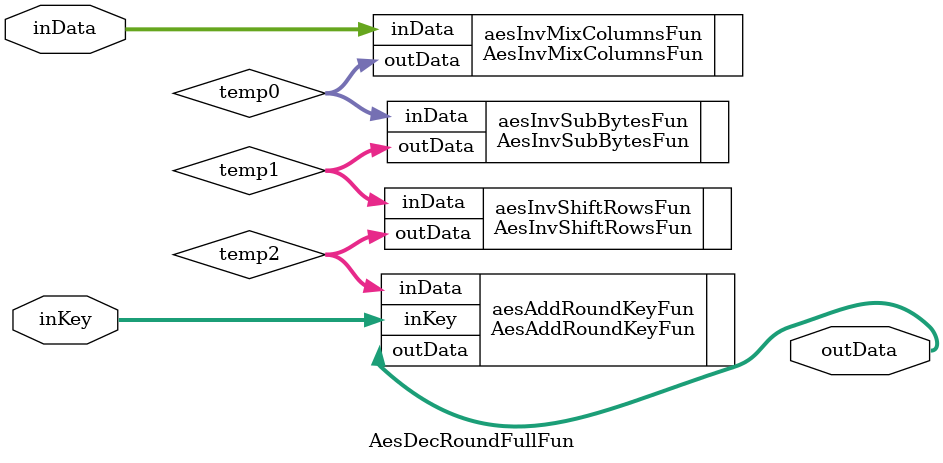
<source format=v>
module AesDecRoundFullFun (
	input	wire	[127:0]	inData,	
    input	wire	[127:0]	inKey,	
	output	wire	[127:0]	outData 
);    
	
wire [127:0] temp0;
wire [127:0] temp1;
wire [127:0] temp2;
	
AesInvMixColumnsFun	aesInvMixColumnsFun	(.inData(inData), .outData(temp0));
AesInvSubBytesFun 	aesInvSubBytesFun	(.inData(temp0), .outData(temp1));
AesInvShiftRowsFun 	aesInvShiftRowsFun	(.inData(temp1), .outData(temp2));
AesAddRoundKeyFun 	aesAddRoundKeyFun 	(.inData(temp2), .inKey(inKey), .outData(outData));


endmodule 
</source>
